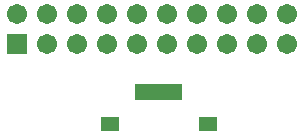
<source format=gts>
G04*
G04 #@! TF.GenerationSoftware,Altium Limited,Altium Designer,23.3.1 (30)*
G04*
G04 Layer_Color=8388736*
%FSLAX43Y43*%
%MOMM*%
G71*
G04*
G04 #@! TF.SameCoordinates,B6646961-0515-45C1-A97A-8BA6F2ED6920*
G04*
G04*
G04 #@! TF.FilePolarity,Negative*
G04*
G01*
G75*
%ADD16R,0.503X1.403*%
%ADD17R,1.603X1.203*%
%ADD18C,1.703*%
%ADD19R,1.703X1.703*%
D16*
X15493Y5501D02*
D03*
X14993D02*
D03*
X14493D02*
D03*
X13993D02*
D03*
X13493D02*
D03*
X12993D02*
D03*
X12493D02*
D03*
X11993D02*
D03*
D17*
X17943Y2851D02*
D03*
X9593D02*
D03*
D18*
X24648Y12179D02*
D03*
Y9639D02*
D03*
X22108Y12179D02*
D03*
Y9639D02*
D03*
X19568Y12179D02*
D03*
Y9639D02*
D03*
X17028Y12179D02*
D03*
Y9639D02*
D03*
X14488Y12179D02*
D03*
Y9639D02*
D03*
X11948Y12179D02*
D03*
Y9639D02*
D03*
X9408Y12179D02*
D03*
Y9639D02*
D03*
X6868Y12179D02*
D03*
Y9639D02*
D03*
X4328Y12179D02*
D03*
Y9639D02*
D03*
X1788Y12179D02*
D03*
D19*
Y9639D02*
D03*
M02*

</source>
